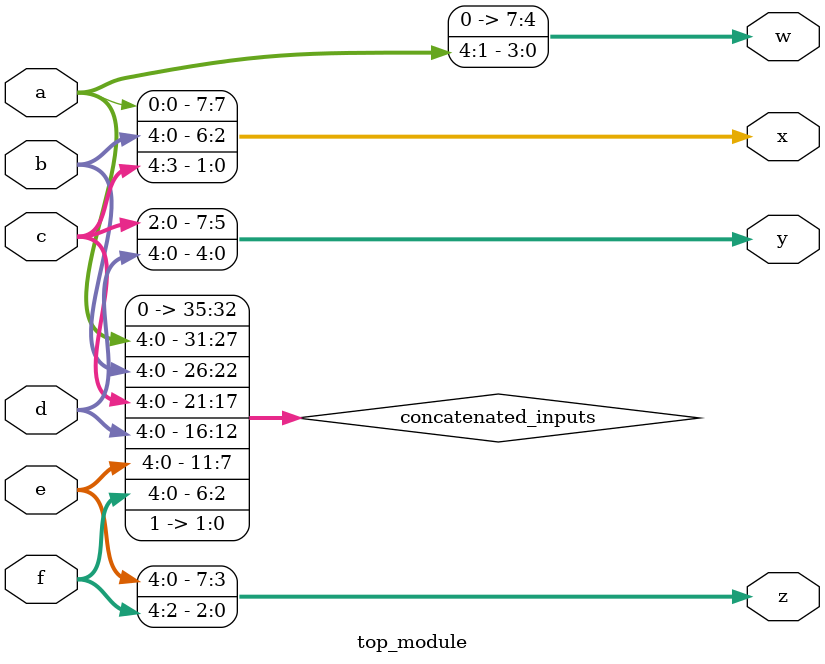
<source format=sv>
module top_module (
    input [4:0] a,
    input [4:0] b,
    input [4:0] c,
    input [4:0] d,
    input [4:0] e,
    input [4:0] f,
    output [7:0] w,
    output [7:0] x,
    output [7:0] y,
    output [7:0] z
);
    wire [35:0] concatenated_inputs;

    assign concatenated_inputs = {a, b, c, d, e, f, 2'b11};

    assign w = concatenated_inputs[35:28];
    assign x = concatenated_inputs[27:20];
    assign y = concatenated_inputs[19:12];
    assign z = concatenated_inputs[11:4];

endmodule

</source>
